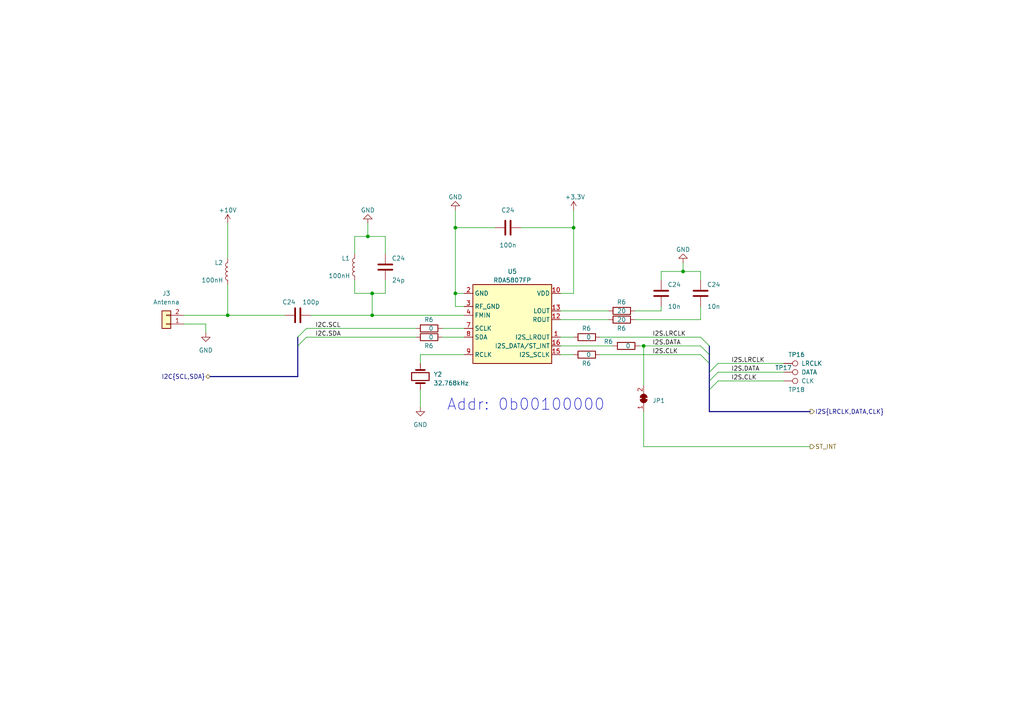
<source format=kicad_sch>
(kicad_sch (version 20230121) (generator eeschema)

  (uuid d483134a-9b7b-42de-b22f-b784097c711c)

  (paper "A4")

  (lib_symbols
    (symbol "Connector:TestPoint" (pin_numbers hide) (pin_names (offset 0.762) hide) (in_bom yes) (on_board yes)
      (property "Reference" "TP" (at 0 6.858 0)
        (effects (font (size 1.27 1.27)))
      )
      (property "Value" "TestPoint" (at 0 5.08 0)
        (effects (font (size 1.27 1.27)))
      )
      (property "Footprint" "" (at 5.08 0 0)
        (effects (font (size 1.27 1.27)) hide)
      )
      (property "Datasheet" "~" (at 5.08 0 0)
        (effects (font (size 1.27 1.27)) hide)
      )
      (property "ki_keywords" "test point tp" (at 0 0 0)
        (effects (font (size 1.27 1.27)) hide)
      )
      (property "ki_description" "test point" (at 0 0 0)
        (effects (font (size 1.27 1.27)) hide)
      )
      (property "ki_fp_filters" "Pin* Test*" (at 0 0 0)
        (effects (font (size 1.27 1.27)) hide)
      )
      (symbol "TestPoint_0_1"
        (circle (center 0 3.302) (radius 0.762)
          (stroke (width 0) (type default))
          (fill (type none))
        )
      )
      (symbol "TestPoint_1_1"
        (pin passive line (at 0 0 90) (length 2.54)
          (name "1" (effects (font (size 1.27 1.27))))
          (number "1" (effects (font (size 1.27 1.27))))
        )
      )
    )
    (symbol "Connector_Generic:Conn_01x02" (pin_names (offset 1.016) hide) (in_bom yes) (on_board yes)
      (property "Reference" "J" (at 0 2.54 0)
        (effects (font (size 1.27 1.27)))
      )
      (property "Value" "Conn_01x02" (at 0 -5.08 0)
        (effects (font (size 1.27 1.27)))
      )
      (property "Footprint" "" (at 0 0 0)
        (effects (font (size 1.27 1.27)) hide)
      )
      (property "Datasheet" "~" (at 0 0 0)
        (effects (font (size 1.27 1.27)) hide)
      )
      (property "ki_keywords" "connector" (at 0 0 0)
        (effects (font (size 1.27 1.27)) hide)
      )
      (property "ki_description" "Generic connector, single row, 01x02, script generated (kicad-library-utils/schlib/autogen/connector/)" (at 0 0 0)
        (effects (font (size 1.27 1.27)) hide)
      )
      (property "ki_fp_filters" "Connector*:*_1x??_*" (at 0 0 0)
        (effects (font (size 1.27 1.27)) hide)
      )
      (symbol "Conn_01x02_1_1"
        (rectangle (start -1.27 -2.413) (end 0 -2.667)
          (stroke (width 0.1524) (type default))
          (fill (type none))
        )
        (rectangle (start -1.27 0.127) (end 0 -0.127)
          (stroke (width 0.1524) (type default))
          (fill (type none))
        )
        (rectangle (start -1.27 1.27) (end 1.27 -3.81)
          (stroke (width 0.254) (type default))
          (fill (type background))
        )
        (pin passive line (at -5.08 0 0) (length 3.81)
          (name "Pin_1" (effects (font (size 1.27 1.27))))
          (number "1" (effects (font (size 1.27 1.27))))
        )
        (pin passive line (at -5.08 -2.54 0) (length 3.81)
          (name "Pin_2" (effects (font (size 1.27 1.27))))
          (number "2" (effects (font (size 1.27 1.27))))
        )
      )
    )
    (symbol "Device:C" (pin_numbers hide) (pin_names (offset 0.254)) (in_bom yes) (on_board yes)
      (property "Reference" "C" (at 0.635 2.54 0)
        (effects (font (size 1.27 1.27)) (justify left))
      )
      (property "Value" "C" (at 0.635 -2.54 0)
        (effects (font (size 1.27 1.27)) (justify left))
      )
      (property "Footprint" "" (at 0.9652 -3.81 0)
        (effects (font (size 1.27 1.27)) hide)
      )
      (property "Datasheet" "~" (at 0 0 0)
        (effects (font (size 1.27 1.27)) hide)
      )
      (property "ki_keywords" "cap capacitor" (at 0 0 0)
        (effects (font (size 1.27 1.27)) hide)
      )
      (property "ki_description" "Unpolarized capacitor" (at 0 0 0)
        (effects (font (size 1.27 1.27)) hide)
      )
      (property "ki_fp_filters" "C_*" (at 0 0 0)
        (effects (font (size 1.27 1.27)) hide)
      )
      (symbol "C_0_1"
        (polyline
          (pts
            (xy -2.032 -0.762)
            (xy 2.032 -0.762)
          )
          (stroke (width 0.508) (type default))
          (fill (type none))
        )
        (polyline
          (pts
            (xy -2.032 0.762)
            (xy 2.032 0.762)
          )
          (stroke (width 0.508) (type default))
          (fill (type none))
        )
      )
      (symbol "C_1_1"
        (pin passive line (at 0 3.81 270) (length 2.794)
          (name "~" (effects (font (size 1.27 1.27))))
          (number "1" (effects (font (size 1.27 1.27))))
        )
        (pin passive line (at 0 -3.81 90) (length 2.794)
          (name "~" (effects (font (size 1.27 1.27))))
          (number "2" (effects (font (size 1.27 1.27))))
        )
      )
    )
    (symbol "Device:Crystal" (pin_numbers hide) (pin_names (offset 1.016) hide) (in_bom yes) (on_board yes)
      (property "Reference" "Y" (at 0 3.81 0)
        (effects (font (size 1.27 1.27)))
      )
      (property "Value" "Crystal" (at 0 -3.81 0)
        (effects (font (size 1.27 1.27)))
      )
      (property "Footprint" "" (at 0 0 0)
        (effects (font (size 1.27 1.27)) hide)
      )
      (property "Datasheet" "~" (at 0 0 0)
        (effects (font (size 1.27 1.27)) hide)
      )
      (property "ki_keywords" "quartz ceramic resonator oscillator" (at 0 0 0)
        (effects (font (size 1.27 1.27)) hide)
      )
      (property "ki_description" "Two pin crystal" (at 0 0 0)
        (effects (font (size 1.27 1.27)) hide)
      )
      (property "ki_fp_filters" "Crystal*" (at 0 0 0)
        (effects (font (size 1.27 1.27)) hide)
      )
      (symbol "Crystal_0_1"
        (rectangle (start -1.143 2.54) (end 1.143 -2.54)
          (stroke (width 0.3048) (type default))
          (fill (type none))
        )
        (polyline
          (pts
            (xy -2.54 0)
            (xy -1.905 0)
          )
          (stroke (width 0) (type default))
          (fill (type none))
        )
        (polyline
          (pts
            (xy -1.905 -1.27)
            (xy -1.905 1.27)
          )
          (stroke (width 0.508) (type default))
          (fill (type none))
        )
        (polyline
          (pts
            (xy 1.905 -1.27)
            (xy 1.905 1.27)
          )
          (stroke (width 0.508) (type default))
          (fill (type none))
        )
        (polyline
          (pts
            (xy 2.54 0)
            (xy 1.905 0)
          )
          (stroke (width 0) (type default))
          (fill (type none))
        )
      )
      (symbol "Crystal_1_1"
        (pin passive line (at -3.81 0 0) (length 1.27)
          (name "1" (effects (font (size 1.27 1.27))))
          (number "1" (effects (font (size 1.27 1.27))))
        )
        (pin passive line (at 3.81 0 180) (length 1.27)
          (name "2" (effects (font (size 1.27 1.27))))
          (number "2" (effects (font (size 1.27 1.27))))
        )
      )
    )
    (symbol "Device:L" (pin_numbers hide) (pin_names (offset 1.016) hide) (in_bom yes) (on_board yes)
      (property "Reference" "L" (at -1.27 0 90)
        (effects (font (size 1.27 1.27)))
      )
      (property "Value" "L" (at 1.905 0 90)
        (effects (font (size 1.27 1.27)))
      )
      (property "Footprint" "" (at 0 0 0)
        (effects (font (size 1.27 1.27)) hide)
      )
      (property "Datasheet" "~" (at 0 0 0)
        (effects (font (size 1.27 1.27)) hide)
      )
      (property "ki_keywords" "inductor choke coil reactor magnetic" (at 0 0 0)
        (effects (font (size 1.27 1.27)) hide)
      )
      (property "ki_description" "Inductor" (at 0 0 0)
        (effects (font (size 1.27 1.27)) hide)
      )
      (property "ki_fp_filters" "Choke_* *Coil* Inductor_* L_*" (at 0 0 0)
        (effects (font (size 1.27 1.27)) hide)
      )
      (symbol "L_0_1"
        (arc (start 0 -2.54) (mid 0.6323 -1.905) (end 0 -1.27)
          (stroke (width 0) (type default))
          (fill (type none))
        )
        (arc (start 0 -1.27) (mid 0.6323 -0.635) (end 0 0)
          (stroke (width 0) (type default))
          (fill (type none))
        )
        (arc (start 0 0) (mid 0.6323 0.635) (end 0 1.27)
          (stroke (width 0) (type default))
          (fill (type none))
        )
        (arc (start 0 1.27) (mid 0.6323 1.905) (end 0 2.54)
          (stroke (width 0) (type default))
          (fill (type none))
        )
      )
      (symbol "L_1_1"
        (pin passive line (at 0 3.81 270) (length 1.27)
          (name "1" (effects (font (size 1.27 1.27))))
          (number "1" (effects (font (size 1.27 1.27))))
        )
        (pin passive line (at 0 -3.81 90) (length 1.27)
          (name "2" (effects (font (size 1.27 1.27))))
          (number "2" (effects (font (size 1.27 1.27))))
        )
      )
    )
    (symbol "Device:R" (pin_numbers hide) (pin_names (offset 0)) (in_bom yes) (on_board yes)
      (property "Reference" "R" (at 2.032 0 90)
        (effects (font (size 1.27 1.27)))
      )
      (property "Value" "R" (at 0 0 90)
        (effects (font (size 1.27 1.27)))
      )
      (property "Footprint" "" (at -1.778 0 90)
        (effects (font (size 1.27 1.27)) hide)
      )
      (property "Datasheet" "~" (at 0 0 0)
        (effects (font (size 1.27 1.27)) hide)
      )
      (property "ki_keywords" "R res resistor" (at 0 0 0)
        (effects (font (size 1.27 1.27)) hide)
      )
      (property "ki_description" "Resistor" (at 0 0 0)
        (effects (font (size 1.27 1.27)) hide)
      )
      (property "ki_fp_filters" "R_*" (at 0 0 0)
        (effects (font (size 1.27 1.27)) hide)
      )
      (symbol "R_0_1"
        (rectangle (start -1.016 -2.54) (end 1.016 2.54)
          (stroke (width 0.254) (type default))
          (fill (type none))
        )
      )
      (symbol "R_1_1"
        (pin passive line (at 0 3.81 270) (length 1.27)
          (name "~" (effects (font (size 1.27 1.27))))
          (number "1" (effects (font (size 1.27 1.27))))
        )
        (pin passive line (at 0 -3.81 90) (length 1.27)
          (name "~" (effects (font (size 1.27 1.27))))
          (number "2" (effects (font (size 1.27 1.27))))
        )
      )
    )
    (symbol "Jumper:SolderJumper_2_Bridged" (pin_names (offset 0) hide) (in_bom yes) (on_board yes)
      (property "Reference" "JP" (at 0 2.032 0)
        (effects (font (size 1.27 1.27)))
      )
      (property "Value" "SolderJumper_2_Bridged" (at 0 -2.54 0)
        (effects (font (size 1.27 1.27)))
      )
      (property "Footprint" "" (at 0 0 0)
        (effects (font (size 1.27 1.27)) hide)
      )
      (property "Datasheet" "~" (at 0 0 0)
        (effects (font (size 1.27 1.27)) hide)
      )
      (property "ki_keywords" "solder jumper SPST" (at 0 0 0)
        (effects (font (size 1.27 1.27)) hide)
      )
      (property "ki_description" "Solder Jumper, 2-pole, closed/bridged" (at 0 0 0)
        (effects (font (size 1.27 1.27)) hide)
      )
      (property "ki_fp_filters" "SolderJumper*Bridged*" (at 0 0 0)
        (effects (font (size 1.27 1.27)) hide)
      )
      (symbol "SolderJumper_2_Bridged_0_1"
        (rectangle (start -0.508 0.508) (end 0.508 -0.508)
          (stroke (width 0) (type default))
          (fill (type outline))
        )
        (arc (start -0.254 1.016) (mid -1.2656 0) (end -0.254 -1.016)
          (stroke (width 0) (type default))
          (fill (type none))
        )
        (arc (start -0.254 1.016) (mid -1.2656 0) (end -0.254 -1.016)
          (stroke (width 0) (type default))
          (fill (type outline))
        )
        (polyline
          (pts
            (xy -0.254 1.016)
            (xy -0.254 -1.016)
          )
          (stroke (width 0) (type default))
          (fill (type none))
        )
        (polyline
          (pts
            (xy 0.254 1.016)
            (xy 0.254 -1.016)
          )
          (stroke (width 0) (type default))
          (fill (type none))
        )
        (arc (start 0.254 -1.016) (mid 1.2656 0) (end 0.254 1.016)
          (stroke (width 0) (type default))
          (fill (type none))
        )
        (arc (start 0.254 -1.016) (mid 1.2656 0) (end 0.254 1.016)
          (stroke (width 0) (type default))
          (fill (type outline))
        )
      )
      (symbol "SolderJumper_2_Bridged_1_1"
        (pin passive line (at -3.81 0 0) (length 2.54)
          (name "A" (effects (font (size 1.27 1.27))))
          (number "1" (effects (font (size 1.27 1.27))))
        )
        (pin passive line (at 3.81 0 180) (length 2.54)
          (name "B" (effects (font (size 1.27 1.27))))
          (number "2" (effects (font (size 1.27 1.27))))
        )
      )
    )
    (symbol "kicad_common_lib:RDA5807FP" (in_bom yes) (on_board yes)
      (property "Reference" "U" (at 0 0 0)
        (effects (font (size 1.27 1.27)))
      )
      (property "Value" "RDA5807FP" (at 0 -3.81 0)
        (effects (font (size 1.27 1.27)))
      )
      (property "Footprint" "Package_SO:SOP-16_3.9x9.9mm_P1.27mm" (at 0 -16.51 0)
        (effects (font (size 1.27 1.27)) hide)
      )
      (property "Datasheet" "https://opendevices.ru/wp-content/uploads/2015/10/RDA5807FP.pdf" (at 1.27 -19.05 0)
        (effects (font (size 1.27 1.27)) hide)
      )
      (property "ki_fp_filters" "SOP16" (at 0 0 0)
        (effects (font (size 1.27 1.27)) hide)
      )
      (symbol "RDA5807FP_0_0"
        (pin bidirectional line (at 13.97 -5.08 180) (length 2.54)
          (name "GPIO1" (effects (font (size 1.27 1.27))))
          (number "1" (effects (font (size 1.27 1.27))))
          (alternate "I2S_LROUT" bidirectional line)
        )
        (pin power_in line (at 13.97 7.62 180) (length 2.54)
          (name "VDD" (effects (font (size 1.27 1.27))))
          (number "10" (effects (font (size 1.27 1.27))))
        )
        (pin power_in line (at -13.97 7.62 0) (length 2.54) hide
          (name "GND" (effects (font (size 1.27 1.27))))
          (number "11" (effects (font (size 1.27 1.27))))
        )
        (pin output line (at 13.97 0 180) (length 2.54)
          (name "ROUT" (effects (font (size 1.27 1.27))))
          (number "12" (effects (font (size 1.27 1.27))))
        )
        (pin output line (at 13.97 2.54 180) (length 2.54)
          (name "LOUT" (effects (font (size 1.27 1.27))))
          (number "13" (effects (font (size 1.27 1.27))))
        )
        (pin power_in line (at -13.97 7.62 0) (length 2.54) hide
          (name "GND" (effects (font (size 1.27 1.27))))
          (number "14" (effects (font (size 1.27 1.27))))
        )
        (pin bidirectional line (at 13.97 -10.16 180) (length 2.54)
          (name "GPIO3" (effects (font (size 1.27 1.27))))
          (number "15" (effects (font (size 1.27 1.27))))
          (alternate "I2S_SCLK" input line)
        )
        (pin bidirectional line (at 13.97 -7.62 180) (length 2.54)
          (name "GPIO2" (effects (font (size 1.27 1.27))))
          (number "16" (effects (font (size 1.27 1.27))))
          (alternate "I2S_DATA/ST_INT" bidirectional line)
          (alternate "I2S_SDATA" bidirectional line)
        )
        (pin power_in line (at -13.97 7.62 0) (length 2.54)
          (name "GND" (effects (font (size 1.27 1.27))))
          (number "2" (effects (font (size 1.27 1.27))))
        )
        (pin power_in line (at -13.97 3.81 0) (length 2.54)
          (name "RF_GND" (effects (font (size 1.27 1.27))))
          (number "3" (effects (font (size 1.27 1.27))))
        )
        (pin input line (at -13.97 1.27 0) (length 2.54)
          (name "FMIN" (effects (font (size 1.27 1.27))))
          (number "4" (effects (font (size 1.27 1.27))))
        )
        (pin power_in line (at -13.97 7.62 0) (length 2.54) hide
          (name "GND" (effects (font (size 1.27 1.27))))
          (number "5" (effects (font (size 1.27 1.27))))
        )
        (pin power_in line (at -13.97 7.62 0) (length 2.54) hide
          (name "GND" (effects (font (size 1.27 1.27))))
          (number "6" (effects (font (size 1.27 1.27))))
        )
        (pin input line (at -13.97 -2.54 0) (length 2.54)
          (name "SCLK" (effects (font (size 1.27 1.27))))
          (number "7" (effects (font (size 1.27 1.27))))
        )
        (pin bidirectional line (at -13.97 -5.08 0) (length 2.54)
          (name "SDA" (effects (font (size 1.27 1.27))))
          (number "8" (effects (font (size 1.27 1.27))))
        )
        (pin input line (at -13.97 -10.16 0) (length 2.54)
          (name "RCLK" (effects (font (size 1.27 1.27))))
          (number "9" (effects (font (size 1.27 1.27))))
        )
      )
      (symbol "RDA5807FP_0_1"
        (rectangle (start -11.43 10.16) (end 11.43 -12.7)
          (stroke (width 0.254) (type default))
          (fill (type background))
        )
      )
    )
    (symbol "power:+10V" (power) (pin_names (offset 0)) (in_bom yes) (on_board yes)
      (property "Reference" "#PWR" (at 0 -3.81 0)
        (effects (font (size 1.27 1.27)) hide)
      )
      (property "Value" "+10V" (at 0 3.556 0)
        (effects (font (size 1.27 1.27)))
      )
      (property "Footprint" "" (at 0 0 0)
        (effects (font (size 1.27 1.27)) hide)
      )
      (property "Datasheet" "" (at 0 0 0)
        (effects (font (size 1.27 1.27)) hide)
      )
      (property "ki_keywords" "global power" (at 0 0 0)
        (effects (font (size 1.27 1.27)) hide)
      )
      (property "ki_description" "Power symbol creates a global label with name \"+10V\"" (at 0 0 0)
        (effects (font (size 1.27 1.27)) hide)
      )
      (symbol "+10V_0_1"
        (polyline
          (pts
            (xy -0.762 1.27)
            (xy 0 2.54)
          )
          (stroke (width 0) (type default))
          (fill (type none))
        )
        (polyline
          (pts
            (xy 0 0)
            (xy 0 2.54)
          )
          (stroke (width 0) (type default))
          (fill (type none))
        )
        (polyline
          (pts
            (xy 0 2.54)
            (xy 0.762 1.27)
          )
          (stroke (width 0) (type default))
          (fill (type none))
        )
      )
      (symbol "+10V_1_1"
        (pin power_in line (at 0 0 90) (length 0) hide
          (name "+10V" (effects (font (size 1.27 1.27))))
          (number "1" (effects (font (size 1.27 1.27))))
        )
      )
    )
    (symbol "power:+3.3V" (power) (pin_names (offset 0)) (in_bom yes) (on_board yes)
      (property "Reference" "#PWR" (at 0 -3.81 0)
        (effects (font (size 1.27 1.27)) hide)
      )
      (property "Value" "+3.3V" (at 0 3.556 0)
        (effects (font (size 1.27 1.27)))
      )
      (property "Footprint" "" (at 0 0 0)
        (effects (font (size 1.27 1.27)) hide)
      )
      (property "Datasheet" "" (at 0 0 0)
        (effects (font (size 1.27 1.27)) hide)
      )
      (property "ki_keywords" "global power" (at 0 0 0)
        (effects (font (size 1.27 1.27)) hide)
      )
      (property "ki_description" "Power symbol creates a global label with name \"+3.3V\"" (at 0 0 0)
        (effects (font (size 1.27 1.27)) hide)
      )
      (symbol "+3.3V_0_1"
        (polyline
          (pts
            (xy -0.762 1.27)
            (xy 0 2.54)
          )
          (stroke (width 0) (type default))
          (fill (type none))
        )
        (polyline
          (pts
            (xy 0 0)
            (xy 0 2.54)
          )
          (stroke (width 0) (type default))
          (fill (type none))
        )
        (polyline
          (pts
            (xy 0 2.54)
            (xy 0.762 1.27)
          )
          (stroke (width 0) (type default))
          (fill (type none))
        )
      )
      (symbol "+3.3V_1_1"
        (pin power_in line (at 0 0 90) (length 0) hide
          (name "+3.3V" (effects (font (size 1.27 1.27))))
          (number "1" (effects (font (size 1.27 1.27))))
        )
      )
    )
    (symbol "power:GND" (power) (pin_names (offset 0)) (in_bom yes) (on_board yes)
      (property "Reference" "#PWR" (at 0 -6.35 0)
        (effects (font (size 1.27 1.27)) hide)
      )
      (property "Value" "GND" (at 0 -3.81 0)
        (effects (font (size 1.27 1.27)))
      )
      (property "Footprint" "" (at 0 0 0)
        (effects (font (size 1.27 1.27)) hide)
      )
      (property "Datasheet" "" (at 0 0 0)
        (effects (font (size 1.27 1.27)) hide)
      )
      (property "ki_keywords" "global power" (at 0 0 0)
        (effects (font (size 1.27 1.27)) hide)
      )
      (property "ki_description" "Power symbol creates a global label with name \"GND\" , ground" (at 0 0 0)
        (effects (font (size 1.27 1.27)) hide)
      )
      (symbol "GND_0_1"
        (polyline
          (pts
            (xy 0 0)
            (xy 0 -1.27)
            (xy 1.27 -1.27)
            (xy 0 -2.54)
            (xy -1.27 -1.27)
            (xy 0 -1.27)
          )
          (stroke (width 0) (type default))
          (fill (type none))
        )
      )
      (symbol "GND_1_1"
        (pin power_in line (at 0 0 270) (length 0) hide
          (name "GND" (effects (font (size 1.27 1.27))))
          (number "1" (effects (font (size 1.27 1.27))))
        )
      )
    )
  )

  (junction (at 186.69 100.33) (diameter 0) (color 0 0 0 0)
    (uuid 1e2aaabb-6d22-41fd-911b-65da2130532c)
  )
  (junction (at 107.95 85.09) (diameter 0) (color 0 0 0 0)
    (uuid 43d26e37-3748-45f0-9703-ea107439036e)
  )
  (junction (at 198.12 78.74) (diameter 0) (color 0 0 0 0)
    (uuid 62228b51-7a57-477d-9eb4-f4c1d2c824e0)
  )
  (junction (at 132.08 66.04) (diameter 0) (color 0 0 0 0)
    (uuid 8e836005-3269-4236-8482-961e4c837b89)
  )
  (junction (at 132.08 85.09) (diameter 0) (color 0 0 0 0)
    (uuid a57110f5-e44b-43c7-b838-acb1c8d698ca)
  )
  (junction (at 107.95 91.44) (diameter 0) (color 0 0 0 0)
    (uuid c84e2693-1f30-4a0a-be30-6db26b64334e)
  )
  (junction (at 106.68 68.58) (diameter 0) (color 0 0 0 0)
    (uuid d9078500-b35f-49e6-baa6-6f8150dc7655)
  )
  (junction (at 166.37 66.04) (diameter 0) (color 0 0 0 0)
    (uuid e40d9583-b423-4468-8064-54d6f43d8bb4)
  )
  (junction (at 66.04 91.44) (diameter 0) (color 0 0 0 0)
    (uuid e93a7474-0bfa-45b8-b3fc-2d497bba38a9)
  )

  (bus_entry (at 205.74 107.95) (size 2.54 -2.54)
    (stroke (width 0) (type default))
    (uuid 078e3442-e055-4e48-ad3a-dbee84fc18fe)
  )
  (bus_entry (at 205.74 113.03) (size 2.54 -2.54)
    (stroke (width 0) (type default))
    (uuid 1f34321d-9f68-4c53-bada-459a759624b3)
  )
  (bus_entry (at 203.2 102.87) (size 2.54 2.54)
    (stroke (width 0) (type default))
    (uuid 35e54f93-c8ff-4b1c-b3ee-7a62993190d9)
  )
  (bus_entry (at 203.2 100.33) (size 2.54 2.54)
    (stroke (width 0) (type default))
    (uuid 47cd4ce8-9438-4bde-b3ee-bd3d6f41ad7b)
  )
  (bus_entry (at 203.2 97.79) (size 2.54 2.54)
    (stroke (width 0) (type default))
    (uuid 5ab66252-0009-4a3a-9a81-99fba8c1e3c7)
  )
  (bus_entry (at 205.74 110.49) (size 2.54 -2.54)
    (stroke (width 0) (type default))
    (uuid 6d6ac611-91f0-4db8-94d9-8782df843e40)
  )
  (bus_entry (at 86.36 97.79) (size 2.54 -2.54)
    (stroke (width 0) (type default))
    (uuid 6d769cd9-4789-424e-a803-11a6cbf72fd0)
  )
  (bus_entry (at 86.36 100.33) (size 2.54 -2.54)
    (stroke (width 0) (type default))
    (uuid d5b29704-33f1-4452-86ae-df0cff4b427c)
  )

  (wire (pts (xy 132.08 66.04) (xy 143.51 66.04))
    (stroke (width 0) (type default))
    (uuid 002cc2a1-cc59-4062-a26e-18b01935d812)
  )
  (wire (pts (xy 191.77 78.74) (xy 198.12 78.74))
    (stroke (width 0) (type default))
    (uuid 02fa5cb7-6f3b-45f0-9f91-d7b55b75808b)
  )
  (wire (pts (xy 107.95 85.09) (xy 111.76 85.09))
    (stroke (width 0) (type default))
    (uuid 03d6b939-c44d-4fd0-a695-2f92736e56dd)
  )
  (wire (pts (xy 107.95 91.44) (xy 134.62 91.44))
    (stroke (width 0) (type default))
    (uuid 14e14e5d-7c69-4328-bba8-7a6559d79ae7)
  )
  (wire (pts (xy 186.69 100.33) (xy 186.69 111.76))
    (stroke (width 0) (type default))
    (uuid 1641aebb-5e52-437e-ac01-c3b79fae04a5)
  )
  (wire (pts (xy 162.56 97.79) (xy 166.37 97.79))
    (stroke (width 0) (type default))
    (uuid 16c2ec39-a41a-4009-9ac3-210c9894ca28)
  )
  (wire (pts (xy 186.69 100.33) (xy 203.2 100.33))
    (stroke (width 0) (type default))
    (uuid 17cf09cb-bb29-47c6-ab7d-db643665c41f)
  )
  (wire (pts (xy 88.9 97.79) (xy 120.65 97.79))
    (stroke (width 0) (type default))
    (uuid 17e0560e-a98b-4516-8179-034b9b81bf38)
  )
  (wire (pts (xy 90.17 91.44) (xy 107.95 91.44))
    (stroke (width 0) (type default))
    (uuid 17f6a565-f9b4-4eba-933f-e1017d99c557)
  )
  (bus (pts (xy 205.74 100.33) (xy 205.74 102.87))
    (stroke (width 0) (type default))
    (uuid 19367f99-cb40-4ac5-8a63-df642e0a4be3)
  )

  (wire (pts (xy 184.15 90.17) (xy 191.77 90.17))
    (stroke (width 0) (type default))
    (uuid 1a80b101-1fff-4023-b158-15e1c19d8d39)
  )
  (bus (pts (xy 86.36 97.79) (xy 86.36 100.33))
    (stroke (width 0) (type default))
    (uuid 2c29c3e9-a892-4704-ae6b-6b7c88680e8d)
  )

  (wire (pts (xy 88.9 95.25) (xy 120.65 95.25))
    (stroke (width 0) (type default))
    (uuid 2e93a49d-310e-40c3-aa5d-93183b08fc04)
  )
  (wire (pts (xy 185.42 100.33) (xy 186.69 100.33))
    (stroke (width 0) (type default))
    (uuid 2ff9d6eb-032f-495f-a851-f55d02d617d7)
  )
  (wire (pts (xy 162.56 85.09) (xy 166.37 85.09))
    (stroke (width 0) (type default))
    (uuid 3449cc19-1d2e-4e70-a865-866175589acb)
  )
  (wire (pts (xy 132.08 85.09) (xy 134.62 85.09))
    (stroke (width 0) (type default))
    (uuid 3c0d5a08-e225-4cba-a4dc-da07564de5cb)
  )
  (wire (pts (xy 102.87 68.58) (xy 102.87 73.66))
    (stroke (width 0) (type default))
    (uuid 3ca4a96a-2ad4-460b-81ff-66115486e74a)
  )
  (wire (pts (xy 111.76 68.58) (xy 111.76 73.66))
    (stroke (width 0) (type default))
    (uuid 3e3afa51-1ee2-4684-9c93-c02b2f49e9de)
  )
  (wire (pts (xy 186.69 129.54) (xy 234.95 129.54))
    (stroke (width 0) (type default))
    (uuid 4053a3a9-9b33-45c2-8fc5-71a7d1329c17)
  )
  (wire (pts (xy 151.13 66.04) (xy 166.37 66.04))
    (stroke (width 0) (type default))
    (uuid 40b931e5-feff-4f3e-8765-b9b8cc3adf7a)
  )
  (wire (pts (xy 166.37 66.04) (xy 166.37 60.96))
    (stroke (width 0) (type default))
    (uuid 422683f0-c52b-46ae-9cc2-38aac14258bd)
  )
  (wire (pts (xy 203.2 92.71) (xy 203.2 88.9))
    (stroke (width 0) (type default))
    (uuid 476be292-e21b-44b7-b20d-61cef80b2b5a)
  )
  (bus (pts (xy 205.74 119.38) (xy 234.95 119.38))
    (stroke (width 0) (type default))
    (uuid 541a2b01-212a-4ccd-8a51-4ddc6811f68e)
  )

  (wire (pts (xy 132.08 60.96) (xy 132.08 66.04))
    (stroke (width 0) (type default))
    (uuid 54dd6b7c-d457-4642-9ea0-1cef9437cc4c)
  )
  (wire (pts (xy 102.87 85.09) (xy 107.95 85.09))
    (stroke (width 0) (type default))
    (uuid 5b0d6b9f-add6-42e4-b0ea-392b1d644f44)
  )
  (wire (pts (xy 134.62 102.87) (xy 121.92 102.87))
    (stroke (width 0) (type default))
    (uuid 5c92d2e3-4765-4835-af01-76db8bc656d5)
  )
  (wire (pts (xy 208.28 105.41) (xy 227.33 105.41))
    (stroke (width 0) (type default))
    (uuid 5cf7ad1d-37b4-40b1-9a05-e7c086ca1fcc)
  )
  (wire (pts (xy 184.15 92.71) (xy 203.2 92.71))
    (stroke (width 0) (type default))
    (uuid 5f41e7fe-536d-44f6-bd4d-4a09026b1f6f)
  )
  (wire (pts (xy 162.56 100.33) (xy 177.8 100.33))
    (stroke (width 0) (type default))
    (uuid 62532e05-8ce4-41af-901c-7d2d1c725540)
  )
  (wire (pts (xy 134.62 88.9) (xy 132.08 88.9))
    (stroke (width 0) (type default))
    (uuid 636fc7e4-13a0-4e86-a9c5-7838416f63e7)
  )
  (wire (pts (xy 132.08 66.04) (xy 132.08 85.09))
    (stroke (width 0) (type default))
    (uuid 692e9fd8-2afe-4903-8111-fe99c2d0dd73)
  )
  (bus (pts (xy 205.74 107.95) (xy 205.74 110.49))
    (stroke (width 0) (type default))
    (uuid 71134361-2af4-4403-a969-15734bcd25c2)
  )

  (wire (pts (xy 53.34 93.98) (xy 59.69 93.98))
    (stroke (width 0) (type default))
    (uuid 729a3807-fd3d-4149-ab0b-cd4200a1d3c0)
  )
  (wire (pts (xy 128.27 97.79) (xy 134.62 97.79))
    (stroke (width 0) (type default))
    (uuid 73793f2f-fda9-450a-97db-9895a585bd01)
  )
  (wire (pts (xy 111.76 81.28) (xy 111.76 85.09))
    (stroke (width 0) (type default))
    (uuid 758a394e-0fc7-4aa5-b18a-f94b09430b66)
  )
  (wire (pts (xy 191.77 81.28) (xy 191.77 78.74))
    (stroke (width 0) (type default))
    (uuid 88ef5516-6554-4e88-9578-6669da855856)
  )
  (wire (pts (xy 173.99 102.87) (xy 203.2 102.87))
    (stroke (width 0) (type default))
    (uuid 9207d3b8-d34f-46a6-b0c8-9b06b2cf4ee9)
  )
  (wire (pts (xy 121.92 102.87) (xy 121.92 105.41))
    (stroke (width 0) (type default))
    (uuid 94f53392-ad3f-4d0f-8838-64fece76642e)
  )
  (wire (pts (xy 102.87 81.28) (xy 102.87 85.09))
    (stroke (width 0) (type default))
    (uuid 99de88de-b7bb-48b7-9002-fd97372d079a)
  )
  (bus (pts (xy 86.36 100.33) (xy 86.36 109.22))
    (stroke (width 0) (type default))
    (uuid 9b35b0e5-d459-4cee-8542-b5ac7beb3616)
  )

  (wire (pts (xy 166.37 85.09) (xy 166.37 66.04))
    (stroke (width 0) (type default))
    (uuid 9f31b33a-8d8d-4d2f-988b-9c41ef3755d7)
  )
  (wire (pts (xy 106.68 68.58) (xy 111.76 68.58))
    (stroke (width 0) (type default))
    (uuid a1899d29-64dc-4000-a169-e26b5d0be10d)
  )
  (wire (pts (xy 128.27 95.25) (xy 134.62 95.25))
    (stroke (width 0) (type default))
    (uuid a1e25402-e5d6-4bf2-8b82-82c568804726)
  )
  (bus (pts (xy 205.74 105.41) (xy 205.74 107.95))
    (stroke (width 0) (type default))
    (uuid a69aa6c2-8b50-4db4-b98d-ed2386b12681)
  )

  (wire (pts (xy 121.92 113.03) (xy 121.92 118.11))
    (stroke (width 0) (type default))
    (uuid aa7a6e04-21ce-4dc4-bd5f-d8df5b4c5165)
  )
  (wire (pts (xy 53.34 91.44) (xy 66.04 91.44))
    (stroke (width 0) (type default))
    (uuid bc52cf72-2808-402e-a6d0-a59b5b24f27b)
  )
  (bus (pts (xy 205.74 110.49) (xy 205.74 113.03))
    (stroke (width 0) (type default))
    (uuid bd40b657-ad18-4268-9d11-9e04b503f916)
  )

  (wire (pts (xy 162.56 90.17) (xy 176.53 90.17))
    (stroke (width 0) (type default))
    (uuid cbd0fbaf-816a-4a10-a030-af0d3d55b142)
  )
  (wire (pts (xy 132.08 88.9) (xy 132.08 85.09))
    (stroke (width 0) (type default))
    (uuid cc588c79-b5d8-4dd1-9531-1169bfbe6fe9)
  )
  (wire (pts (xy 66.04 82.55) (xy 66.04 91.44))
    (stroke (width 0) (type default))
    (uuid ccb90d1e-340a-49c8-b986-10000feb66d8)
  )
  (wire (pts (xy 66.04 91.44) (xy 82.55 91.44))
    (stroke (width 0) (type default))
    (uuid cd7bfb27-146f-47d4-aae5-5157b6eb4c6b)
  )
  (bus (pts (xy 205.74 113.03) (xy 205.74 119.38))
    (stroke (width 0) (type default))
    (uuid ceae41c1-305e-479c-a1d6-5ef998750d04)
  )

  (wire (pts (xy 106.68 64.77) (xy 106.68 68.58))
    (stroke (width 0) (type default))
    (uuid d2c1b262-c7ca-4dd6-8dd8-bc67484e3f1a)
  )
  (wire (pts (xy 162.56 92.71) (xy 176.53 92.71))
    (stroke (width 0) (type default))
    (uuid d97afbb6-b57d-4112-bfa3-4662aa6ee10a)
  )
  (bus (pts (xy 205.74 102.87) (xy 205.74 105.41))
    (stroke (width 0) (type default))
    (uuid dbcd958d-1cf5-42f3-8bba-5a14174a435f)
  )

  (wire (pts (xy 208.28 107.95) (xy 227.33 107.95))
    (stroke (width 0) (type default))
    (uuid df12b5e7-117c-40a3-9e67-6eecd2c40e20)
  )
  (wire (pts (xy 186.69 119.38) (xy 186.69 129.54))
    (stroke (width 0) (type default))
    (uuid e0e0c7f5-855a-4ccf-af7d-c4bbbc68a1c9)
  )
  (wire (pts (xy 203.2 78.74) (xy 203.2 81.28))
    (stroke (width 0) (type default))
    (uuid e132fa0c-ac06-44ad-a508-93026c54d298)
  )
  (wire (pts (xy 162.56 102.87) (xy 166.37 102.87))
    (stroke (width 0) (type default))
    (uuid e2998105-d253-47e7-801c-a72a57d2a8e3)
  )
  (wire (pts (xy 198.12 78.74) (xy 203.2 78.74))
    (stroke (width 0) (type default))
    (uuid e4b79ec1-66d8-4387-89b2-f8bc6396298e)
  )
  (wire (pts (xy 198.12 76.2) (xy 198.12 78.74))
    (stroke (width 0) (type default))
    (uuid e5610e04-77e7-4d2d-9915-6140fa0964f0)
  )
  (bus (pts (xy 60.96 109.22) (xy 86.36 109.22))
    (stroke (width 0) (type default))
    (uuid e8b5ffcf-26c1-4260-af00-f3126c6f7652)
  )

  (wire (pts (xy 208.28 110.49) (xy 227.33 110.49))
    (stroke (width 0) (type default))
    (uuid e9d535d1-93bf-474e-8218-b64bc4f05b06)
  )
  (wire (pts (xy 191.77 90.17) (xy 191.77 88.9))
    (stroke (width 0) (type default))
    (uuid eb08f7f8-2e8c-43e3-91a6-addf773ebdb2)
  )
  (wire (pts (xy 102.87 68.58) (xy 106.68 68.58))
    (stroke (width 0) (type default))
    (uuid ed416dd7-6929-4d3f-a8eb-7584ef6e37f7)
  )
  (wire (pts (xy 107.95 91.44) (xy 107.95 85.09))
    (stroke (width 0) (type default))
    (uuid ed783ade-1c58-48fb-aa0a-7bfca16d44a2)
  )
  (wire (pts (xy 173.99 97.79) (xy 203.2 97.79))
    (stroke (width 0) (type default))
    (uuid f659a859-e331-4053-a09e-ffa54b3f87cb)
  )
  (wire (pts (xy 59.69 93.98) (xy 59.69 96.52))
    (stroke (width 0) (type default))
    (uuid fcb8790f-b2d7-406c-b33e-728cf44c4f91)
  )
  (wire (pts (xy 66.04 64.77) (xy 66.04 74.93))
    (stroke (width 0) (type default))
    (uuid ff4a9dd4-6770-407c-a9bd-65fe77c8096f)
  )

  (text "Addr: 0b00100000" (at 129.54 119.38 0)
    (effects (font (size 3.27 3.27)) (justify left bottom))
    (uuid 46a0f330-895e-497a-9671-a46c2d518fb7)
  )

  (label "I2S.LRCLK" (at 189.23 97.79 0) (fields_autoplaced)
    (effects (font (size 1.27 1.27)) (justify left bottom))
    (uuid 030de6ca-3390-4efe-a60c-60bbff5a2534)
  )
  (label "I2S.CLK" (at 189.23 102.87 0) (fields_autoplaced)
    (effects (font (size 1.27 1.27)) (justify left bottom))
    (uuid 1718f1c2-49e3-4d2b-b5cf-3056f6ead85b)
  )
  (label "I2S.DATA" (at 189.23 100.33 0) (fields_autoplaced)
    (effects (font (size 1.27 1.27)) (justify left bottom))
    (uuid 371a1a3a-df01-4a0f-b16e-7a6b34ef2994)
  )
  (label "I2S.LRCLK" (at 212.09 105.41 0) (fields_autoplaced)
    (effects (font (size 1.27 1.27)) (justify left bottom))
    (uuid 76532e59-0447-4723-9f28-b95570a87b53)
  )
  (label "I2S.CLK" (at 212.09 110.49 0) (fields_autoplaced)
    (effects (font (size 1.27 1.27)) (justify left bottom))
    (uuid 9dac7516-8c9b-4db8-88dc-1ed8a491fc76)
  )
  (label "I2C.SCL" (at 91.44 95.25 0) (fields_autoplaced)
    (effects (font (size 1.27 1.27)) (justify left bottom))
    (uuid ae384fc7-9b92-4ae6-8d4f-9b30b0502fd6)
  )
  (label "I2C.SDA" (at 91.44 97.79 0) (fields_autoplaced)
    (effects (font (size 1.27 1.27)) (justify left bottom))
    (uuid b24a4743-65fa-459a-abbf-67bea4505d0a)
  )
  (label "I2S.DATA" (at 212.09 107.95 0) (fields_autoplaced)
    (effects (font (size 1.27 1.27)) (justify left bottom))
    (uuid c3eb872d-a21d-4151-b875-178c2c592a4e)
  )

  (hierarchical_label "I2S{LRCLK,DATA,CLK}" (shape output) (at 234.95 119.38 0) (fields_autoplaced)
    (effects (font (size 1.27 1.27)) (justify left))
    (uuid c1d51187-a329-4204-8342-719bfd638b9d)
  )
  (hierarchical_label "ST_INT" (shape output) (at 234.95 129.54 0) (fields_autoplaced)
    (effects (font (size 1.27 1.27)) (justify left))
    (uuid dd747b21-b2ab-452e-ac8a-6009d7fa57b8)
  )
  (hierarchical_label "I2C{SCL,SDA}" (shape bidirectional) (at 60.96 109.22 180) (fields_autoplaced)
    (effects (font (size 1.27 1.27)) (justify right))
    (uuid e191c35a-a81f-488b-9c7f-6e1c397c2f49)
  )

  (symbol (lib_id "Device:C") (at 86.36 91.44 90) (unit 1)
    (in_bom yes) (on_board yes) (dnp no)
    (uuid 0173ae3b-25a1-481d-9230-cb598aa25fd8)
    (property "Reference" "C24" (at 83.82 87.63 90)
      (effects (font (size 1.27 1.27)))
    )
    (property "Value" "100p" (at 90.17 87.63 90)
      (effects (font (size 1.27 1.27)))
    )
    (property "Footprint" "" (at 90.17 90.4748 0)
      (effects (font (size 1.27 1.27)) hide)
    )
    (property "Datasheet" "~" (at 86.36 91.44 0)
      (effects (font (size 1.27 1.27)) hide)
    )
    (pin "1" (uuid 7f3d3fac-1039-483c-aa78-8219ea90c4dd))
    (pin "2" (uuid 50538076-d6ba-4e45-9038-cf8af19d2374))
    (instances
      (project "esp_radio"
        (path "/c9e2e0d2-0655-4f5e-8e13-71b41b1f7cfe/075c031f-b0b0-4bab-abfa-9d47d762eb65"
          (reference "C24") (unit 1)
        )
        (path "/c9e2e0d2-0655-4f5e-8e13-71b41b1f7cfe/6211a78e-7999-4e5f-acad-2efdf79e1a8e"
          (reference "C31") (unit 1)
        )
      )
    )
  )

  (symbol (lib_id "Device:R") (at 124.46 97.79 90) (unit 1)
    (in_bom yes) (on_board yes) (dnp no)
    (uuid 0b6f62ea-172d-46a7-9d11-1c625cd37636)
    (property "Reference" "R6" (at 125.73 100.33 90)
      (effects (font (size 1.27 1.27)) (justify left))
    )
    (property "Value" "0" (at 125.73 97.79 90)
      (effects (font (size 1.27 1.27)) (justify left))
    )
    (property "Footprint" "" (at 124.46 99.568 90)
      (effects (font (size 1.27 1.27)) hide)
    )
    (property "Datasheet" "~" (at 124.46 97.79 0)
      (effects (font (size 1.27 1.27)) hide)
    )
    (pin "1" (uuid 8d6c7443-8cbd-40fa-8791-9c2eff62f75c))
    (pin "2" (uuid 43aeab5a-75f6-43ec-80b4-be6f7e21a54c))
    (instances
      (project "esp_radio"
        (path "/c9e2e0d2-0655-4f5e-8e13-71b41b1f7cfe/075c031f-b0b0-4bab-abfa-9d47d762eb65"
          (reference "R6") (unit 1)
        )
        (path "/c9e2e0d2-0655-4f5e-8e13-71b41b1f7cfe/6211a78e-7999-4e5f-acad-2efdf79e1a8e"
          (reference "R17") (unit 1)
        )
      )
    )
  )

  (symbol (lib_id "Device:C") (at 191.77 85.09 0) (unit 1)
    (in_bom yes) (on_board yes) (dnp no)
    (uuid 20528705-8173-4db8-bdd3-b0fdf3f3e122)
    (property "Reference" "C24" (at 195.58 82.55 0)
      (effects (font (size 1.27 1.27)))
    )
    (property "Value" "10n" (at 195.58 88.9 0)
      (effects (font (size 1.27 1.27)))
    )
    (property "Footprint" "" (at 192.7352 88.9 0)
      (effects (font (size 1.27 1.27)) hide)
    )
    (property "Datasheet" "~" (at 191.77 85.09 0)
      (effects (font (size 1.27 1.27)) hide)
    )
    (pin "1" (uuid e6acb747-8532-474e-bf74-6da1174143b1))
    (pin "2" (uuid e68e83df-b25f-4237-8ca3-2d53b5c96e77))
    (instances
      (project "esp_radio"
        (path "/c9e2e0d2-0655-4f5e-8e13-71b41b1f7cfe/075c031f-b0b0-4bab-abfa-9d47d762eb65"
          (reference "C24") (unit 1)
        )
        (path "/c9e2e0d2-0655-4f5e-8e13-71b41b1f7cfe/6211a78e-7999-4e5f-acad-2efdf79e1a8e"
          (reference "C29") (unit 1)
        )
      )
    )
  )

  (symbol (lib_id "Device:R") (at 124.46 95.25 90) (unit 1)
    (in_bom yes) (on_board yes) (dnp no)
    (uuid 40c16173-0120-4c4a-a759-78af3bc32f22)
    (property "Reference" "R6" (at 125.73 92.71 90)
      (effects (font (size 1.27 1.27)) (justify left))
    )
    (property "Value" "0" (at 125.73 95.25 90)
      (effects (font (size 1.27 1.27)) (justify left))
    )
    (property "Footprint" "" (at 124.46 97.028 90)
      (effects (font (size 1.27 1.27)) hide)
    )
    (property "Datasheet" "~" (at 124.46 95.25 0)
      (effects (font (size 1.27 1.27)) hide)
    )
    (pin "1" (uuid e137411c-9eea-4f69-b064-c65d84cc1c48))
    (pin "2" (uuid 9594b30f-7338-4d68-a7cd-f630a16cf6a2))
    (instances
      (project "esp_radio"
        (path "/c9e2e0d2-0655-4f5e-8e13-71b41b1f7cfe/075c031f-b0b0-4bab-abfa-9d47d762eb65"
          (reference "R6") (unit 1)
        )
        (path "/c9e2e0d2-0655-4f5e-8e13-71b41b1f7cfe/6211a78e-7999-4e5f-acad-2efdf79e1a8e"
          (reference "R16") (unit 1)
        )
      )
    )
  )

  (symbol (lib_id "Device:C") (at 147.32 66.04 90) (unit 1)
    (in_bom yes) (on_board yes) (dnp no)
    (uuid 4393ac0f-c4f3-4907-a497-99a34a0d4279)
    (property "Reference" "C24" (at 147.32 60.96 90)
      (effects (font (size 1.27 1.27)))
    )
    (property "Value" "100n" (at 147.32 71.12 90)
      (effects (font (size 1.27 1.27)))
    )
    (property "Footprint" "" (at 151.13 65.0748 0)
      (effects (font (size 1.27 1.27)) hide)
    )
    (property "Datasheet" "~" (at 147.32 66.04 0)
      (effects (font (size 1.27 1.27)) hide)
    )
    (pin "1" (uuid dfca247f-2a45-4539-ae20-6953077bcf19))
    (pin "2" (uuid cb5dd8e8-f0fa-46b5-a52b-8e4b3cbae646))
    (instances
      (project "esp_radio"
        (path "/c9e2e0d2-0655-4f5e-8e13-71b41b1f7cfe/075c031f-b0b0-4bab-abfa-9d47d762eb65"
          (reference "C24") (unit 1)
        )
        (path "/c9e2e0d2-0655-4f5e-8e13-71b41b1f7cfe/6211a78e-7999-4e5f-acad-2efdf79e1a8e"
          (reference "C27") (unit 1)
        )
      )
    )
  )

  (symbol (lib_id "Device:L") (at 102.87 77.47 180) (unit 1)
    (in_bom yes) (on_board yes) (dnp no)
    (uuid 47d2c931-a1c7-4ca6-8344-fc44be7421bd)
    (property "Reference" "L1" (at 99.06 74.93 0)
      (effects (font (size 1.27 1.27)) (justify right))
    )
    (property "Value" "100nH" (at 95.25 80.01 0)
      (effects (font (size 1.27 1.27)) (justify right))
    )
    (property "Footprint" "" (at 102.87 77.47 0)
      (effects (font (size 1.27 1.27)) hide)
    )
    (property "Datasheet" "~" (at 102.87 77.47 0)
      (effects (font (size 1.27 1.27)) hide)
    )
    (pin "1" (uuid b20437e4-a3c7-45f3-a23d-d5b9dba7bcce))
    (pin "2" (uuid 2cfd12a0-7419-4bd0-8558-aac218ea0067))
    (instances
      (project "esp_radio"
        (path "/c9e2e0d2-0655-4f5e-8e13-71b41b1f7cfe/6211a78e-7999-4e5f-acad-2efdf79e1a8e"
          (reference "L1") (unit 1)
        )
      )
    )
  )

  (symbol (lib_id "power:GND") (at 132.08 60.96 180) (unit 1)
    (in_bom yes) (on_board yes) (dnp no) (fields_autoplaced)
    (uuid 4d43e937-cc29-491c-8c29-dbcd6d744c37)
    (property "Reference" "#PWR012" (at 132.08 54.61 0)
      (effects (font (size 1.27 1.27)) hide)
    )
    (property "Value" "GND" (at 132.08 57.15 0)
      (effects (font (size 1.27 1.27)))
    )
    (property "Footprint" "" (at 132.08 60.96 0)
      (effects (font (size 1.27 1.27)) hide)
    )
    (property "Datasheet" "" (at 132.08 60.96 0)
      (effects (font (size 1.27 1.27)) hide)
    )
    (pin "1" (uuid ea0cb61b-1e7b-4677-8cc7-578f8dca734f))
    (instances
      (project "esp_radio"
        (path "/c9e2e0d2-0655-4f5e-8e13-71b41b1f7cfe/925b05c5-5253-4c9a-b090-487f8e9d1815"
          (reference "#PWR012") (unit 1)
        )
        (path "/c9e2e0d2-0655-4f5e-8e13-71b41b1f7cfe/075c031f-b0b0-4bab-abfa-9d47d762eb65"
          (reference "#PWR021") (unit 1)
        )
        (path "/c9e2e0d2-0655-4f5e-8e13-71b41b1f7cfe/6211a78e-7999-4e5f-acad-2efdf79e1a8e"
          (reference "#PWR031") (unit 1)
        )
      )
    )
  )

  (symbol (lib_id "Device:R") (at 180.34 92.71 90) (unit 1)
    (in_bom yes) (on_board yes) (dnp no)
    (uuid 4f5ac881-64fd-4153-a2fa-d2b6fbd6c36f)
    (property "Reference" "R6" (at 181.61 95.25 90)
      (effects (font (size 1.27 1.27)) (justify left))
    )
    (property "Value" "20" (at 181.61 92.71 90)
      (effects (font (size 1.27 1.27)) (justify left))
    )
    (property "Footprint" "" (at 180.34 94.488 90)
      (effects (font (size 1.27 1.27)) hide)
    )
    (property "Datasheet" "~" (at 180.34 92.71 0)
      (effects (font (size 1.27 1.27)) hide)
    )
    (pin "1" (uuid 3ff1ac97-e892-4e4c-91d4-af702ce7f1e2))
    (pin "2" (uuid 5284e8d6-86c8-439e-b376-154a373e793b))
    (instances
      (project "esp_radio"
        (path "/c9e2e0d2-0655-4f5e-8e13-71b41b1f7cfe/075c031f-b0b0-4bab-abfa-9d47d762eb65"
          (reference "R6") (unit 1)
        )
        (path "/c9e2e0d2-0655-4f5e-8e13-71b41b1f7cfe/6211a78e-7999-4e5f-acad-2efdf79e1a8e"
          (reference "R15") (unit 1)
        )
      )
    )
  )

  (symbol (lib_id "Jumper:SolderJumper_2_Bridged") (at 186.69 115.57 90) (unit 1)
    (in_bom yes) (on_board yes) (dnp no) (fields_autoplaced)
    (uuid 4f973662-30f2-4ee7-a0f1-f39bdbc51ea3)
    (property "Reference" "JP1" (at 189.23 116.205 90)
      (effects (font (size 1.27 1.27)) (justify right))
    )
    (property "Value" "SolderJumper_2_Bridged" (at 184.15 115.57 0)
      (effects (font (size 1.27 1.27)) hide)
    )
    (property "Footprint" "Jumper:SolderJumper-2_P1.3mm_Bridged_RoundedPad1.0x1.5mm" (at 186.69 115.57 0)
      (effects (font (size 1.27 1.27)) hide)
    )
    (property "Datasheet" "~" (at 186.69 115.57 0)
      (effects (font (size 1.27 1.27)) hide)
    )
    (pin "1" (uuid acbbce32-14c2-449c-a2d2-9fd24920f53d))
    (pin "2" (uuid ba0035a8-02b8-4646-9820-21fb56abb768))
    (instances
      (project "esp_radio"
        (path "/c9e2e0d2-0655-4f5e-8e13-71b41b1f7cfe/9686c251-96de-4991-9702-894d5bd1468a"
          (reference "JP1") (unit 1)
        )
        (path "/c9e2e0d2-0655-4f5e-8e13-71b41b1f7cfe/6211a78e-7999-4e5f-acad-2efdf79e1a8e"
          (reference "JP3") (unit 1)
        )
      )
    )
  )

  (symbol (lib_id "power:GND") (at 121.92 118.11 0) (unit 1)
    (in_bom yes) (on_board yes) (dnp no) (fields_autoplaced)
    (uuid 54868628-d045-4e9f-a275-13b05a492f43)
    (property "Reference" "#PWR012" (at 121.92 124.46 0)
      (effects (font (size 1.27 1.27)) hide)
    )
    (property "Value" "GND" (at 121.92 123.19 0)
      (effects (font (size 1.27 1.27)))
    )
    (property "Footprint" "" (at 121.92 118.11 0)
      (effects (font (size 1.27 1.27)) hide)
    )
    (property "Datasheet" "" (at 121.92 118.11 0)
      (effects (font (size 1.27 1.27)) hide)
    )
    (pin "1" (uuid cd93a766-7508-4404-851b-d7273b237d0e))
    (instances
      (project "esp_radio"
        (path "/c9e2e0d2-0655-4f5e-8e13-71b41b1f7cfe/925b05c5-5253-4c9a-b090-487f8e9d1815"
          (reference "#PWR012") (unit 1)
        )
        (path "/c9e2e0d2-0655-4f5e-8e13-71b41b1f7cfe/075c031f-b0b0-4bab-abfa-9d47d762eb65"
          (reference "#PWR021") (unit 1)
        )
        (path "/c9e2e0d2-0655-4f5e-8e13-71b41b1f7cfe/6211a78e-7999-4e5f-acad-2efdf79e1a8e"
          (reference "#PWR037") (unit 1)
        )
      )
    )
  )

  (symbol (lib_id "Device:R") (at 181.61 100.33 90) (unit 1)
    (in_bom yes) (on_board yes) (dnp no)
    (uuid 59bb3fc3-f13b-43b6-87b0-1c842dc930d6)
    (property "Reference" "R6" (at 177.8 99.06 90)
      (effects (font (size 1.27 1.27)) (justify left))
    )
    (property "Value" "0" (at 182.88 100.33 90)
      (effects (font (size 1.27 1.27)) (justify left))
    )
    (property "Footprint" "" (at 181.61 102.108 90)
      (effects (font (size 1.27 1.27)) hide)
    )
    (property "Datasheet" "~" (at 181.61 100.33 0)
      (effects (font (size 1.27 1.27)) hide)
    )
    (pin "1" (uuid 188e9631-f249-4f98-a047-b86b03a798e7))
    (pin "2" (uuid ffe53e57-b824-4861-b343-13e2b9c0c362))
    (instances
      (project "esp_radio"
        (path "/c9e2e0d2-0655-4f5e-8e13-71b41b1f7cfe/075c031f-b0b0-4bab-abfa-9d47d762eb65"
          (reference "R6") (unit 1)
        )
        (path "/c9e2e0d2-0655-4f5e-8e13-71b41b1f7cfe/6211a78e-7999-4e5f-acad-2efdf79e1a8e"
          (reference "R19") (unit 1)
        )
      )
    )
  )

  (symbol (lib_id "Device:R") (at 170.18 102.87 90) (unit 1)
    (in_bom yes) (on_board yes) (dnp no)
    (uuid 72587edb-21f7-4c7d-b435-1997f77ae897)
    (property "Reference" "R6" (at 171.45 105.41 90)
      (effects (font (size 1.27 1.27)) (justify left))
    )
    (property "Value" "0" (at 171.45 102.87 90)
      (effects (font (size 1.27 1.27)) (justify left))
    )
    (property "Footprint" "" (at 170.18 104.648 90)
      (effects (font (size 1.27 1.27)) hide)
    )
    (property "Datasheet" "~" (at 170.18 102.87 0)
      (effects (font (size 1.27 1.27)) hide)
    )
    (pin "1" (uuid b85afb5c-acf7-439a-bb01-0a9b2f23e6dd))
    (pin "2" (uuid 249136c6-4c16-40a5-baac-aab12b884123))
    (instances
      (project "esp_radio"
        (path "/c9e2e0d2-0655-4f5e-8e13-71b41b1f7cfe/075c031f-b0b0-4bab-abfa-9d47d762eb65"
          (reference "R6") (unit 1)
        )
        (path "/c9e2e0d2-0655-4f5e-8e13-71b41b1f7cfe/6211a78e-7999-4e5f-acad-2efdf79e1a8e"
          (reference "R20") (unit 1)
        )
      )
    )
  )

  (symbol (lib_id "Device:C") (at 203.2 85.09 0) (unit 1)
    (in_bom yes) (on_board yes) (dnp no)
    (uuid 8b54ffcd-fc9d-4aed-ba80-db5012a66152)
    (property "Reference" "C24" (at 207.01 82.55 0)
      (effects (font (size 1.27 1.27)))
    )
    (property "Value" "10n" (at 207.01 88.9 0)
      (effects (font (size 1.27 1.27)))
    )
    (property "Footprint" "" (at 204.1652 88.9 0)
      (effects (font (size 1.27 1.27)) hide)
    )
    (property "Datasheet" "~" (at 203.2 85.09 0)
      (effects (font (size 1.27 1.27)) hide)
    )
    (pin "1" (uuid 66556ee4-2768-436c-81d6-53e49b4a2ccf))
    (pin "2" (uuid ff8a017a-cdfd-44f0-841b-0aa20fe3b694))
    (instances
      (project "esp_radio"
        (path "/c9e2e0d2-0655-4f5e-8e13-71b41b1f7cfe/075c031f-b0b0-4bab-abfa-9d47d762eb65"
          (reference "C24") (unit 1)
        )
        (path "/c9e2e0d2-0655-4f5e-8e13-71b41b1f7cfe/6211a78e-7999-4e5f-acad-2efdf79e1a8e"
          (reference "C30") (unit 1)
        )
      )
    )
  )

  (symbol (lib_id "Device:R") (at 170.18 97.79 90) (unit 1)
    (in_bom yes) (on_board yes) (dnp no)
    (uuid 8bbc8ffb-0967-4238-ab0c-5246f950ee20)
    (property "Reference" "R6" (at 171.45 95.25 90)
      (effects (font (size 1.27 1.27)) (justify left))
    )
    (property "Value" "0" (at 171.45 97.79 90)
      (effects (font (size 1.27 1.27)) (justify left))
    )
    (property "Footprint" "" (at 170.18 99.568 90)
      (effects (font (size 1.27 1.27)) hide)
    )
    (property "Datasheet" "~" (at 170.18 97.79 0)
      (effects (font (size 1.27 1.27)) hide)
    )
    (pin "1" (uuid 9dda1bba-1566-4cb1-8899-087cd1345c3d))
    (pin "2" (uuid 30fbcae1-a1b6-43cd-8b01-49a2c3371ad3))
    (instances
      (project "esp_radio"
        (path "/c9e2e0d2-0655-4f5e-8e13-71b41b1f7cfe/075c031f-b0b0-4bab-abfa-9d47d762eb65"
          (reference "R6") (unit 1)
        )
        (path "/c9e2e0d2-0655-4f5e-8e13-71b41b1f7cfe/6211a78e-7999-4e5f-acad-2efdf79e1a8e"
          (reference "R18") (unit 1)
        )
      )
    )
  )

  (symbol (lib_id "Connector:TestPoint") (at 227.33 105.41 270) (unit 1)
    (in_bom yes) (on_board yes) (dnp no)
    (uuid 93aa43ee-fb5a-4340-8e21-53815fb6eb3b)
    (property "Reference" "TP16" (at 228.6 102.87 90)
      (effects (font (size 1.27 1.27)) (justify left))
    )
    (property "Value" "LRCLK" (at 232.41 105.41 90)
      (effects (font (size 1.27 1.27)) (justify left))
    )
    (property "Footprint" "" (at 227.33 110.49 0)
      (effects (font (size 1.27 1.27)) hide)
    )
    (property "Datasheet" "~" (at 227.33 110.49 0)
      (effects (font (size 1.27 1.27)) hide)
    )
    (pin "1" (uuid eca2a9c8-e9fa-44d1-954b-9bb9ca7939ea))
    (instances
      (project "esp_radio"
        (path "/c9e2e0d2-0655-4f5e-8e13-71b41b1f7cfe/6211a78e-7999-4e5f-acad-2efdf79e1a8e"
          (reference "TP16") (unit 1)
        )
      )
    )
  )

  (symbol (lib_id "Device:R") (at 180.34 90.17 90) (unit 1)
    (in_bom yes) (on_board yes) (dnp no)
    (uuid 9533e52e-b149-4bb5-8bc4-542293fc7040)
    (property "Reference" "R6" (at 181.61 87.63 90)
      (effects (font (size 1.27 1.27)) (justify left))
    )
    (property "Value" "20" (at 181.61 90.17 90)
      (effects (font (size 1.27 1.27)) (justify left))
    )
    (property "Footprint" "" (at 180.34 91.948 90)
      (effects (font (size 1.27 1.27)) hide)
    )
    (property "Datasheet" "~" (at 180.34 90.17 0)
      (effects (font (size 1.27 1.27)) hide)
    )
    (pin "1" (uuid 7eae6448-daac-4211-9e4e-3a18ef30f55a))
    (pin "2" (uuid 7b995c89-0f5f-4d98-a022-09059ced1644))
    (instances
      (project "esp_radio"
        (path "/c9e2e0d2-0655-4f5e-8e13-71b41b1f7cfe/075c031f-b0b0-4bab-abfa-9d47d762eb65"
          (reference "R6") (unit 1)
        )
        (path "/c9e2e0d2-0655-4f5e-8e13-71b41b1f7cfe/6211a78e-7999-4e5f-acad-2efdf79e1a8e"
          (reference "R14") (unit 1)
        )
      )
    )
  )

  (symbol (lib_id "Connector_Generic:Conn_01x02") (at 48.26 93.98 180) (unit 1)
    (in_bom yes) (on_board yes) (dnp no)
    (uuid 9c55e08e-7208-417e-aa89-842ad4cde507)
    (property "Reference" "J3" (at 48.26 85.09 0)
      (effects (font (size 1.27 1.27)))
    )
    (property "Value" "Antenna" (at 48.26 87.63 0)
      (effects (font (size 1.27 1.27)))
    )
    (property "Footprint" "" (at 48.26 93.98 0)
      (effects (font (size 1.27 1.27)) hide)
    )
    (property "Datasheet" "~" (at 48.26 93.98 0)
      (effects (font (size 1.27 1.27)) hide)
    )
    (pin "1" (uuid ffc93445-d2c6-4564-8ca2-e27882922cbe))
    (pin "2" (uuid bc38dc50-eb19-45b6-a666-255fd5664b7e))
    (instances
      (project "esp_radio"
        (path "/c9e2e0d2-0655-4f5e-8e13-71b41b1f7cfe/6211a78e-7999-4e5f-acad-2efdf79e1a8e"
          (reference "J3") (unit 1)
        )
      )
    )
  )

  (symbol (lib_id "power:+3.3V") (at 166.37 60.96 0) (unit 1)
    (in_bom yes) (on_board yes) (dnp no)
    (uuid 9df9971b-093e-40a1-920d-8c5c2b9ea7c8)
    (property "Reference" "#PWR015" (at 166.37 64.77 0)
      (effects (font (size 1.27 1.27)) hide)
    )
    (property "Value" "+3.3V" (at 163.83 57.15 0)
      (effects (font (size 1.27 1.27)) (justify left))
    )
    (property "Footprint" "" (at 166.37 60.96 0)
      (effects (font (size 1.27 1.27)) hide)
    )
    (property "Datasheet" "" (at 166.37 60.96 0)
      (effects (font (size 1.27 1.27)) hide)
    )
    (pin "1" (uuid 2b3b4122-ecce-4edc-b374-cd113e8fcfab))
    (instances
      (project "esp_radio"
        (path "/c9e2e0d2-0655-4f5e-8e13-71b41b1f7cfe/925b05c5-5253-4c9a-b090-487f8e9d1815"
          (reference "#PWR015") (unit 1)
        )
        (path "/c9e2e0d2-0655-4f5e-8e13-71b41b1f7cfe/075c031f-b0b0-4bab-abfa-9d47d762eb65"
          (reference "#PWR022") (unit 1)
        )
        (path "/c9e2e0d2-0655-4f5e-8e13-71b41b1f7cfe/6211a78e-7999-4e5f-acad-2efdf79e1a8e"
          (reference "#PWR032") (unit 1)
        )
      )
      (project "iot_gateway"
        (path "/d8268e8f-2c84-4fbb-9908-0fb878740295"
          (reference "#PWR04") (unit 1)
        )
      )
    )
  )

  (symbol (lib_id "Connector:TestPoint") (at 227.33 110.49 270) (unit 1)
    (in_bom yes) (on_board yes) (dnp no)
    (uuid a70c2206-4d48-44f5-adf6-7abdb53d7bab)
    (property "Reference" "TP18" (at 228.6 113.03 90)
      (effects (font (size 1.27 1.27)) (justify left))
    )
    (property "Value" "CLK" (at 232.41 110.49 90)
      (effects (font (size 1.27 1.27)) (justify left))
    )
    (property "Footprint" "" (at 227.33 115.57 0)
      (effects (font (size 1.27 1.27)) hide)
    )
    (property "Datasheet" "~" (at 227.33 115.57 0)
      (effects (font (size 1.27 1.27)) hide)
    )
    (pin "1" (uuid 8cf9a73b-25fc-4f25-a734-4dd892b18fce))
    (instances
      (project "esp_radio"
        (path "/c9e2e0d2-0655-4f5e-8e13-71b41b1f7cfe/6211a78e-7999-4e5f-acad-2efdf79e1a8e"
          (reference "TP18") (unit 1)
        )
      )
    )
  )

  (symbol (lib_id "Device:L") (at 66.04 78.74 180) (unit 1)
    (in_bom yes) (on_board yes) (dnp no)
    (uuid a894c501-f69a-40c0-b1f0-58dfafea8e1f)
    (property "Reference" "L2" (at 62.23 76.2 0)
      (effects (font (size 1.27 1.27)) (justify right))
    )
    (property "Value" "100nH" (at 58.42 81.28 0)
      (effects (font (size 1.27 1.27)) (justify right))
    )
    (property "Footprint" "" (at 66.04 78.74 0)
      (effects (font (size 1.27 1.27)) hide)
    )
    (property "Datasheet" "~" (at 66.04 78.74 0)
      (effects (font (size 1.27 1.27)) hide)
    )
    (pin "1" (uuid bd4bdc03-8022-4b35-ba5d-15d7210fa59d))
    (pin "2" (uuid da3eb053-4c4b-456c-8a3c-e149c5f0c2d3))
    (instances
      (project "esp_radio"
        (path "/c9e2e0d2-0655-4f5e-8e13-71b41b1f7cfe/6211a78e-7999-4e5f-acad-2efdf79e1a8e"
          (reference "L2") (unit 1)
        )
      )
    )
  )

  (symbol (lib_id "power:+10V") (at 66.04 64.77 0) (unit 1)
    (in_bom yes) (on_board yes) (dnp no) (fields_autoplaced)
    (uuid ab688775-f1ec-4eda-88c3-69cc8a0545ad)
    (property "Reference" "#PWR033" (at 66.04 68.58 0)
      (effects (font (size 1.27 1.27)) hide)
    )
    (property "Value" "+10V" (at 66.04 60.96 0)
      (effects (font (size 1.27 1.27)))
    )
    (property "Footprint" "" (at 66.04 64.77 0)
      (effects (font (size 1.27 1.27)) hide)
    )
    (property "Datasheet" "" (at 66.04 64.77 0)
      (effects (font (size 1.27 1.27)) hide)
    )
    (pin "1" (uuid 1fb56da0-7140-4fc7-8bdd-1157ae22dc86))
    (instances
      (project "esp_radio"
        (path "/c9e2e0d2-0655-4f5e-8e13-71b41b1f7cfe/6211a78e-7999-4e5f-acad-2efdf79e1a8e"
          (reference "#PWR033") (unit 1)
        )
      )
    )
  )

  (symbol (lib_id "power:GND") (at 59.69 96.52 0) (unit 1)
    (in_bom yes) (on_board yes) (dnp no) (fields_autoplaced)
    (uuid b11984bd-5d56-4dfd-89d9-a267ddc92499)
    (property "Reference" "#PWR036" (at 59.69 102.87 0)
      (effects (font (size 1.27 1.27)) hide)
    )
    (property "Value" "GND" (at 59.69 101.6 0)
      (effects (font (size 1.27 1.27)))
    )
    (property "Footprint" "" (at 59.69 96.52 0)
      (effects (font (size 1.27 1.27)) hide)
    )
    (property "Datasheet" "" (at 59.69 96.52 0)
      (effects (font (size 1.27 1.27)) hide)
    )
    (pin "1" (uuid 5f3c3349-b3bd-4d60-8244-02a7205e2891))
    (instances
      (project "esp_radio"
        (path "/c9e2e0d2-0655-4f5e-8e13-71b41b1f7cfe/6211a78e-7999-4e5f-acad-2efdf79e1a8e"
          (reference "#PWR036") (unit 1)
        )
      )
    )
  )

  (symbol (lib_id "kicad_common_lib:RDA5807FP") (at 148.59 92.71 0) (unit 1)
    (in_bom yes) (on_board yes) (dnp no) (fields_autoplaced)
    (uuid b54d7772-f05d-4a24-975a-587a94387956)
    (property "Reference" "U5" (at 148.59 78.74 0)
      (effects (font (size 1.27 1.27)))
    )
    (property "Value" "RDA5807FP" (at 148.59 81.28 0)
      (effects (font (size 1.27 1.27)))
    )
    (property "Footprint" "Package_SO:SOP-16_3.9x9.9mm_P1.27mm" (at 148.59 109.22 0)
      (effects (font (size 1.27 1.27)) hide)
    )
    (property "Datasheet" "https://opendevices.ru/wp-content/uploads/2015/10/RDA5807FP.pdf" (at 149.86 111.76 0)
      (effects (font (size 1.27 1.27)) hide)
    )
    (pin "1" (uuid cdf15d0b-558f-4fa4-8de6-2b4b7e4a8da2) (alternate "I2S_LROUT"))
    (pin "10" (uuid baf377aa-83cf-44db-8088-652e6a03030a))
    (pin "11" (uuid a3312ee6-c64c-4fb2-96f5-749320f9b438))
    (pin "12" (uuid ca23c530-1f8b-4860-b834-4485fb42a828))
    (pin "13" (uuid 8040685e-4e32-4f0a-9607-20e70f46fd6b))
    (pin "14" (uuid b20e5afc-0aaf-4989-b424-74ccd3242c3d))
    (pin "15" (uuid fa883ea2-fc7a-4760-bc4f-5bc3bb0672fc) (alternate "I2S_SCLK"))
    (pin "16" (uuid ad2ea530-d262-44d6-862f-6a0990166f9c) (alternate "I2S_DATA/ST_INT"))
    (pin "2" (uuid 8d0dc429-036c-43ec-8800-cde35dca40ff))
    (pin "3" (uuid 71f59886-28f7-4b4b-8c4d-a8191b76eeb1))
    (pin "4" (uuid a396d8c8-57b2-4ed8-ba63-60f51382fb0a))
    (pin "5" (uuid fd5b1373-bea1-4ee4-9ae3-c26dfba364c3))
    (pin "6" (uuid 124352b3-c49b-4984-9d2b-d4dd31eedee1))
    (pin "7" (uuid 692de6c8-96bb-420d-bf52-a926780b6828))
    (pin "8" (uuid 8d2de7ef-03d7-4d1d-aa8b-6c0b5a7dc985))
    (pin "9" (uuid 51f90ef7-f2d3-4d60-ad42-68baa637d9fa))
    (instances
      (project "esp_radio"
        (path "/c9e2e0d2-0655-4f5e-8e13-71b41b1f7cfe/6211a78e-7999-4e5f-acad-2efdf79e1a8e"
          (reference "U5") (unit 1)
        )
      )
    )
  )

  (symbol (lib_id "power:GND") (at 198.12 76.2 180) (unit 1)
    (in_bom yes) (on_board yes) (dnp no) (fields_autoplaced)
    (uuid d375bff6-5967-466c-a9c7-9553ad0ffbcf)
    (property "Reference" "#PWR012" (at 198.12 69.85 0)
      (effects (font (size 1.27 1.27)) hide)
    )
    (property "Value" "GND" (at 198.12 72.39 0)
      (effects (font (size 1.27 1.27)))
    )
    (property "Footprint" "" (at 198.12 76.2 0)
      (effects (font (size 1.27 1.27)) hide)
    )
    (property "Datasheet" "" (at 198.12 76.2 0)
      (effects (font (size 1.27 1.27)) hide)
    )
    (pin "1" (uuid 00f4863d-218b-4373-98ab-070701251b5c))
    (instances
      (project "esp_radio"
        (path "/c9e2e0d2-0655-4f5e-8e13-71b41b1f7cfe/925b05c5-5253-4c9a-b090-487f8e9d1815"
          (reference "#PWR012") (unit 1)
        )
        (path "/c9e2e0d2-0655-4f5e-8e13-71b41b1f7cfe/075c031f-b0b0-4bab-abfa-9d47d762eb65"
          (reference "#PWR021") (unit 1)
        )
        (path "/c9e2e0d2-0655-4f5e-8e13-71b41b1f7cfe/6211a78e-7999-4e5f-acad-2efdf79e1a8e"
          (reference "#PWR035") (unit 1)
        )
      )
    )
  )

  (symbol (lib_id "Device:C") (at 111.76 77.47 0) (unit 1)
    (in_bom yes) (on_board yes) (dnp no)
    (uuid df495c70-d312-4e0a-b222-bbf90d4f52e6)
    (property "Reference" "C24" (at 115.57 74.93 0)
      (effects (font (size 1.27 1.27)))
    )
    (property "Value" "24p" (at 115.57 81.28 0)
      (effects (font (size 1.27 1.27)))
    )
    (property "Footprint" "" (at 112.7252 81.28 0)
      (effects (font (size 1.27 1.27)) hide)
    )
    (property "Datasheet" "~" (at 111.76 77.47 0)
      (effects (font (size 1.27 1.27)) hide)
    )
    (pin "1" (uuid 0fa5be97-a44d-470b-a043-d16159a7094d))
    (pin "2" (uuid 3cb036cb-c723-463c-9fd4-9ba998b5bdf8))
    (instances
      (project "esp_radio"
        (path "/c9e2e0d2-0655-4f5e-8e13-71b41b1f7cfe/075c031f-b0b0-4bab-abfa-9d47d762eb65"
          (reference "C24") (unit 1)
        )
        (path "/c9e2e0d2-0655-4f5e-8e13-71b41b1f7cfe/6211a78e-7999-4e5f-acad-2efdf79e1a8e"
          (reference "C28") (unit 1)
        )
      )
    )
  )

  (symbol (lib_id "Connector:TestPoint") (at 227.33 107.95 270) (unit 1)
    (in_bom yes) (on_board yes) (dnp no)
    (uuid e0485f46-2a05-4885-a698-ffe3b8f090b4)
    (property "Reference" "TP17" (at 224.79 106.68 90)
      (effects (font (size 1.27 1.27)) (justify left))
    )
    (property "Value" "DATA" (at 232.41 107.95 90)
      (effects (font (size 1.27 1.27)) (justify left))
    )
    (property "Footprint" "" (at 227.33 113.03 0)
      (effects (font (size 1.27 1.27)) hide)
    )
    (property "Datasheet" "~" (at 227.33 113.03 0)
      (effects (font (size 1.27 1.27)) hide)
    )
    (pin "1" (uuid 3eeafd0c-72e1-4af4-920d-6bd1b6cb851c))
    (instances
      (project "esp_radio"
        (path "/c9e2e0d2-0655-4f5e-8e13-71b41b1f7cfe/6211a78e-7999-4e5f-acad-2efdf79e1a8e"
          (reference "TP17") (unit 1)
        )
      )
    )
  )

  (symbol (lib_id "Device:Crystal") (at 121.92 109.22 90) (unit 1)
    (in_bom yes) (on_board yes) (dnp no) (fields_autoplaced)
    (uuid edf3b511-13d9-4ea8-8f7e-b620a1657d00)
    (property "Reference" "Y2" (at 125.73 108.585 90)
      (effects (font (size 1.27 1.27)) (justify right))
    )
    (property "Value" "32.768kHz" (at 125.73 111.125 90)
      (effects (font (size 1.27 1.27)) (justify right))
    )
    (property "Footprint" "" (at 121.92 109.22 0)
      (effects (font (size 1.27 1.27)) hide)
    )
    (property "Datasheet" "~" (at 121.92 109.22 0)
      (effects (font (size 1.27 1.27)) hide)
    )
    (pin "1" (uuid 1e7ae858-9220-492d-b5f0-3de8a1d5a0b0))
    (pin "2" (uuid 1389d3c3-ecbd-4cdf-942e-65080eb2d266))
    (instances
      (project "esp_radio"
        (path "/c9e2e0d2-0655-4f5e-8e13-71b41b1f7cfe/6211a78e-7999-4e5f-acad-2efdf79e1a8e"
          (reference "Y2") (unit 1)
        )
      )
    )
  )

  (symbol (lib_id "power:GND") (at 106.68 64.77 180) (unit 1)
    (in_bom yes) (on_board yes) (dnp no) (fields_autoplaced)
    (uuid ee630512-bcee-41c7-9b51-a87d2f380e38)
    (property "Reference" "#PWR012" (at 106.68 58.42 0)
      (effects (font (size 1.27 1.27)) hide)
    )
    (property "Value" "GND" (at 106.68 60.96 0)
      (effects (font (size 1.27 1.27)))
    )
    (property "Footprint" "" (at 106.68 64.77 0)
      (effects (font (size 1.27 1.27)) hide)
    )
    (property "Datasheet" "" (at 106.68 64.77 0)
      (effects (font (size 1.27 1.27)) hide)
    )
    (pin "1" (uuid cd81a28c-d667-4b8e-931c-4a4f6ecb5112))
    (instances
      (project "esp_radio"
        (path "/c9e2e0d2-0655-4f5e-8e13-71b41b1f7cfe/925b05c5-5253-4c9a-b090-487f8e9d1815"
          (reference "#PWR012") (unit 1)
        )
        (path "/c9e2e0d2-0655-4f5e-8e13-71b41b1f7cfe/075c031f-b0b0-4bab-abfa-9d47d762eb65"
          (reference "#PWR021") (unit 1)
        )
        (path "/c9e2e0d2-0655-4f5e-8e13-71b41b1f7cfe/6211a78e-7999-4e5f-acad-2efdf79e1a8e"
          (reference "#PWR034") (unit 1)
        )
      )
    )
  )
)

</source>
